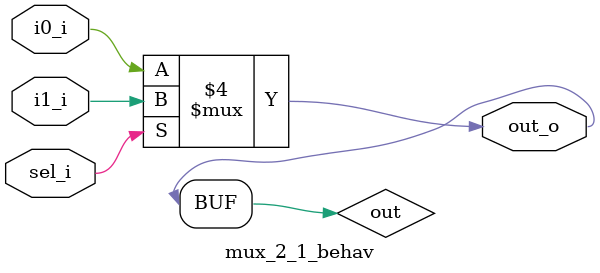
<source format=v>
`timescale 1ns / 1ps


module mux_2_1_behav
(
input i0_i,
input i1_i,
input sel_i,
output out_o
);

reg out;

always@(i0_i or i1_i or sel_i) begin
    if (sel_i == 1'b0) begin
        out = i0_i;
    end
    else begin
        out = i1_i;
    end
end

assign out_o = out;

endmodule
</source>
